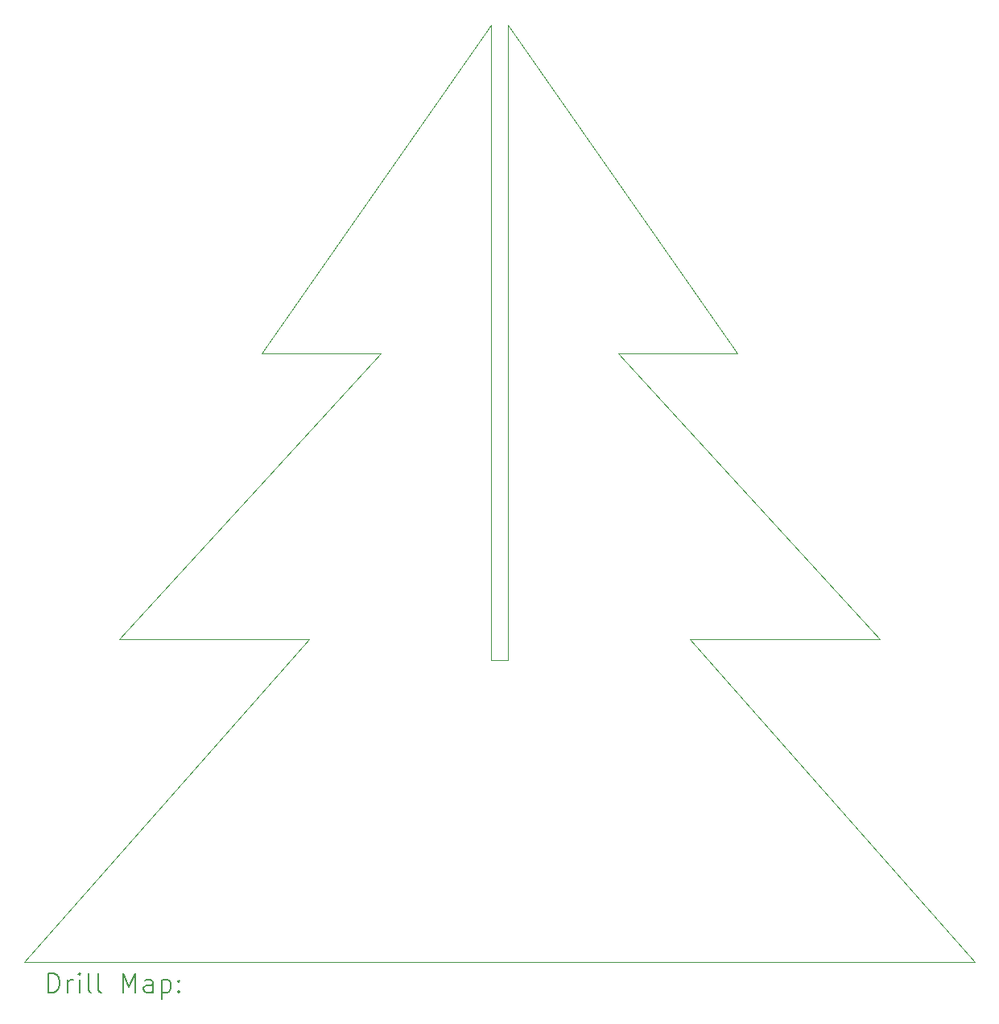
<source format=gbr>
%TF.GenerationSoftware,KiCad,Pcbnew,7.0.8*%
%TF.CreationDate,2024-10-12T14:26:22+02:00*%
%TF.ProjectId,PCB_Christmas_Tree,5043425f-4368-4726-9973-746d61735f54,rev?*%
%TF.SameCoordinates,Original*%
%TF.FileFunction,Drillmap*%
%TF.FilePolarity,Positive*%
%FSLAX45Y45*%
G04 Gerber Fmt 4.5, Leading zero omitted, Abs format (unit mm)*
G04 Created by KiCad (PCBNEW 7.0.8) date 2024-10-12 14:26:22*
%MOMM*%
%LPD*%
G01*
G04 APERTURE LIST*
%ADD10C,0.100000*%
%ADD11C,0.200000*%
G04 APERTURE END LIST*
D10*
X18958000Y-10340000D02*
X16958000Y-10340000D01*
X12458000Y-7340000D02*
X13708000Y-7340000D01*
X15048000Y-3880000D02*
X15048000Y-10560000D01*
X12958000Y-10340000D02*
X9958000Y-13740000D01*
X15048000Y-3880000D02*
X17458000Y-7340000D01*
X16958000Y-10340000D02*
X19958000Y-13740000D01*
X13708000Y-7340000D02*
X10958000Y-10340000D01*
X15048000Y-10560000D02*
X14868000Y-10560000D01*
X14868000Y-10560000D02*
X14868000Y-3880000D01*
X16208000Y-7340000D02*
X17458000Y-7340000D01*
X12958000Y-10340000D02*
X10958000Y-10340000D01*
X14868000Y-3880000D02*
X12458000Y-7340000D01*
X16208000Y-7340000D02*
X18958000Y-10340000D01*
X19958000Y-13740000D02*
X9958000Y-13740000D01*
D11*
X10213777Y-14056484D02*
X10213777Y-13856484D01*
X10213777Y-13856484D02*
X10261396Y-13856484D01*
X10261396Y-13856484D02*
X10289967Y-13866008D01*
X10289967Y-13866008D02*
X10309015Y-13885055D01*
X10309015Y-13885055D02*
X10318539Y-13904103D01*
X10318539Y-13904103D02*
X10328063Y-13942198D01*
X10328063Y-13942198D02*
X10328063Y-13970769D01*
X10328063Y-13970769D02*
X10318539Y-14008865D01*
X10318539Y-14008865D02*
X10309015Y-14027912D01*
X10309015Y-14027912D02*
X10289967Y-14046960D01*
X10289967Y-14046960D02*
X10261396Y-14056484D01*
X10261396Y-14056484D02*
X10213777Y-14056484D01*
X10413777Y-14056484D02*
X10413777Y-13923150D01*
X10413777Y-13961246D02*
X10423301Y-13942198D01*
X10423301Y-13942198D02*
X10432824Y-13932674D01*
X10432824Y-13932674D02*
X10451872Y-13923150D01*
X10451872Y-13923150D02*
X10470920Y-13923150D01*
X10537586Y-14056484D02*
X10537586Y-13923150D01*
X10537586Y-13856484D02*
X10528063Y-13866008D01*
X10528063Y-13866008D02*
X10537586Y-13875531D01*
X10537586Y-13875531D02*
X10547110Y-13866008D01*
X10547110Y-13866008D02*
X10537586Y-13856484D01*
X10537586Y-13856484D02*
X10537586Y-13875531D01*
X10661396Y-14056484D02*
X10642348Y-14046960D01*
X10642348Y-14046960D02*
X10632824Y-14027912D01*
X10632824Y-14027912D02*
X10632824Y-13856484D01*
X10766158Y-14056484D02*
X10747110Y-14046960D01*
X10747110Y-14046960D02*
X10737586Y-14027912D01*
X10737586Y-14027912D02*
X10737586Y-13856484D01*
X10994729Y-14056484D02*
X10994729Y-13856484D01*
X10994729Y-13856484D02*
X11061396Y-13999341D01*
X11061396Y-13999341D02*
X11128063Y-13856484D01*
X11128063Y-13856484D02*
X11128063Y-14056484D01*
X11309015Y-14056484D02*
X11309015Y-13951722D01*
X11309015Y-13951722D02*
X11299491Y-13932674D01*
X11299491Y-13932674D02*
X11280443Y-13923150D01*
X11280443Y-13923150D02*
X11242348Y-13923150D01*
X11242348Y-13923150D02*
X11223301Y-13932674D01*
X11309015Y-14046960D02*
X11289967Y-14056484D01*
X11289967Y-14056484D02*
X11242348Y-14056484D01*
X11242348Y-14056484D02*
X11223301Y-14046960D01*
X11223301Y-14046960D02*
X11213777Y-14027912D01*
X11213777Y-14027912D02*
X11213777Y-14008865D01*
X11213777Y-14008865D02*
X11223301Y-13989817D01*
X11223301Y-13989817D02*
X11242348Y-13980293D01*
X11242348Y-13980293D02*
X11289967Y-13980293D01*
X11289967Y-13980293D02*
X11309015Y-13970769D01*
X11404253Y-13923150D02*
X11404253Y-14123150D01*
X11404253Y-13932674D02*
X11423301Y-13923150D01*
X11423301Y-13923150D02*
X11461396Y-13923150D01*
X11461396Y-13923150D02*
X11480443Y-13932674D01*
X11480443Y-13932674D02*
X11489967Y-13942198D01*
X11489967Y-13942198D02*
X11499491Y-13961246D01*
X11499491Y-13961246D02*
X11499491Y-14018388D01*
X11499491Y-14018388D02*
X11489967Y-14037436D01*
X11489967Y-14037436D02*
X11480443Y-14046960D01*
X11480443Y-14046960D02*
X11461396Y-14056484D01*
X11461396Y-14056484D02*
X11423301Y-14056484D01*
X11423301Y-14056484D02*
X11404253Y-14046960D01*
X11585205Y-14037436D02*
X11594729Y-14046960D01*
X11594729Y-14046960D02*
X11585205Y-14056484D01*
X11585205Y-14056484D02*
X11575682Y-14046960D01*
X11575682Y-14046960D02*
X11585205Y-14037436D01*
X11585205Y-14037436D02*
X11585205Y-14056484D01*
X11585205Y-13932674D02*
X11594729Y-13942198D01*
X11594729Y-13942198D02*
X11585205Y-13951722D01*
X11585205Y-13951722D02*
X11575682Y-13942198D01*
X11575682Y-13942198D02*
X11585205Y-13932674D01*
X11585205Y-13932674D02*
X11585205Y-13951722D01*
M02*

</source>
